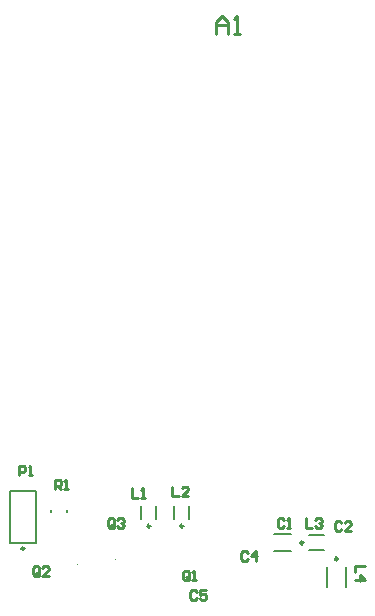
<source format=gto>
G04*
G04 #@! TF.GenerationSoftware,Altium Limited,Altium Designer,24.5.2 (23)*
G04*
G04 Layer_Color=65535*
%FSLAX44Y44*%
%MOMM*%
G71*
G04*
G04 #@! TF.SameCoordinates,38DC1C0D-580C-4CDA-A678-22B3372D846F*
G04*
G04*
G04 #@! TF.FilePolarity,Positive*
G04*
G01*
G75*
%ADD10C,0.2500*%
%ADD11C,0.1000*%
%ADD12C,0.2000*%
%ADD13C,0.2540*%
D10*
X445683Y127979D02*
G03*
X445683Y127979I-1250J0D01*
G01*
X209530Y123215D02*
G03*
X209530Y123215I-1250J0D01*
G01*
X344150Y142170D02*
G03*
X344150Y142170I-1250J0D01*
G01*
X474960Y114277D02*
G03*
X474960Y114277I-1250J0D01*
G01*
X316210Y142025D02*
G03*
X316210Y142025I-1250J0D01*
G01*
D11*
X323550Y113775D02*
G03*
X323550Y113775I-500J0D01*
G01*
X254880Y109545D02*
G03*
X254880Y109545I-500J0D01*
G01*
X286720Y113775D02*
G03*
X286720Y113775I-500J0D01*
G01*
D12*
X232010Y153795D02*
Y155795D01*
X245510Y153795D02*
Y155795D01*
X420628Y121262D02*
X435352D01*
X420628Y134987D02*
X435352D01*
X450619Y134293D02*
X463247D01*
X450619Y121665D02*
X463247D01*
X197530Y127715D02*
X219030D01*
Y171715D01*
X197530D02*
X219030D01*
X197530Y127715D02*
Y171715D01*
X349320Y148420D02*
Y158920D01*
X336400Y148420D02*
Y158920D01*
X481572Y90552D02*
Y107277D01*
X465848Y90552D02*
Y107277D01*
X321380Y148275D02*
Y158775D01*
X308460Y148275D02*
Y158775D01*
D13*
X372110Y558800D02*
Y568957D01*
X377188Y574035D01*
X382267Y568957D01*
Y558800D01*
Y566418D01*
X372110D01*
X387345Y558800D02*
X392423D01*
X389884D01*
Y574035D01*
X387345Y571496D01*
X205103Y185210D02*
Y193208D01*
X209102D01*
X210435Y191875D01*
Y189209D01*
X209102Y187876D01*
X205103D01*
X213101Y185210D02*
X215767D01*
X214434D01*
Y193208D01*
X213101Y191875D01*
X429260Y147300D02*
X427927Y148633D01*
X425261D01*
X423928Y147300D01*
Y141969D01*
X425261Y140636D01*
X427927D01*
X429260Y141969D01*
X431926Y140636D02*
X434592D01*
X433259D01*
Y148633D01*
X431926Y147300D01*
X235458Y173228D02*
Y181225D01*
X239457D01*
X240790Y179893D01*
Y177227D01*
X239457Y175894D01*
X235458D01*
X238124D02*
X240790Y173228D01*
X243455D02*
X246121D01*
X244788D01*
Y181225D01*
X243455Y179893D01*
X285687Y141969D02*
Y147300D01*
X284354Y148633D01*
X281688D01*
X280355Y147300D01*
Y141969D01*
X281688Y140636D01*
X284354D01*
X283021Y143302D02*
X285687Y140636D01*
X284354D02*
X285687Y141969D01*
X288353Y147300D02*
X289686Y148633D01*
X292352D01*
X293685Y147300D01*
Y145968D01*
X292352Y144635D01*
X291019D01*
X292352D01*
X293685Y143302D01*
Y141969D01*
X292352Y140636D01*
X289686D01*
X288353Y141969D01*
X222187Y101329D02*
Y106660D01*
X220854Y107993D01*
X218188D01*
X216856Y106660D01*
Y101329D01*
X218188Y99996D01*
X220854D01*
X219521Y102662D02*
X222187Y99996D01*
X220854D02*
X222187Y101329D01*
X230184Y99996D02*
X224853D01*
X230184Y105328D01*
Y106660D01*
X228852Y107993D01*
X226186D01*
X224853Y106660D01*
X349250Y97519D02*
Y102850D01*
X347917Y104183D01*
X345251D01*
X343918Y102850D01*
Y97519D01*
X345251Y96186D01*
X347917D01*
X346584Y98852D02*
X349250Y96186D01*
X347917D02*
X349250Y97519D01*
X351916Y96186D02*
X354582D01*
X353249D01*
Y104183D01*
X351916Y102850D01*
X497719Y108526D02*
X489721D01*
Y103195D01*
Y96530D02*
X497719D01*
X493720Y100529D01*
Y95197D01*
X447995Y148633D02*
Y140636D01*
X453327D01*
X455993Y147300D02*
X457326Y148633D01*
X459992D01*
X461325Y147300D01*
Y145968D01*
X459992Y144635D01*
X458659D01*
X459992D01*
X461325Y143302D01*
Y141969D01*
X459992Y140636D01*
X457326D01*
X455993Y141969D01*
X334966Y175449D02*
Y167451D01*
X340297D01*
X348294D02*
X342963D01*
X348294Y172783D01*
Y174116D01*
X346962Y175449D01*
X344296D01*
X342963Y174116D01*
X300738Y174033D02*
Y166036D01*
X306070D01*
X308736D02*
X311402D01*
X310069D01*
Y174033D01*
X308736Y172700D01*
X355537Y86340D02*
X354204Y87673D01*
X351538D01*
X350205Y86340D01*
Y81009D01*
X351538Y79676D01*
X354204D01*
X355537Y81009D01*
X363535Y87673D02*
X358203D01*
Y83675D01*
X360869Y85007D01*
X362202D01*
X363535Y83675D01*
Y81009D01*
X362202Y79676D01*
X359536D01*
X358203Y81009D01*
X398717Y119360D02*
X397384Y120693D01*
X394718D01*
X393386Y119360D01*
Y114029D01*
X394718Y112696D01*
X397384D01*
X398717Y114029D01*
X405382Y112696D02*
Y120693D01*
X401383Y116695D01*
X406715D01*
X478092Y144906D02*
X476759Y146239D01*
X474093D01*
X472761Y144906D01*
Y139574D01*
X474093Y138241D01*
X476759D01*
X478092Y139574D01*
X486090Y138241D02*
X480758D01*
X486090Y143573D01*
Y144906D01*
X484757Y146239D01*
X482091D01*
X480758Y144906D01*
M02*

</source>
